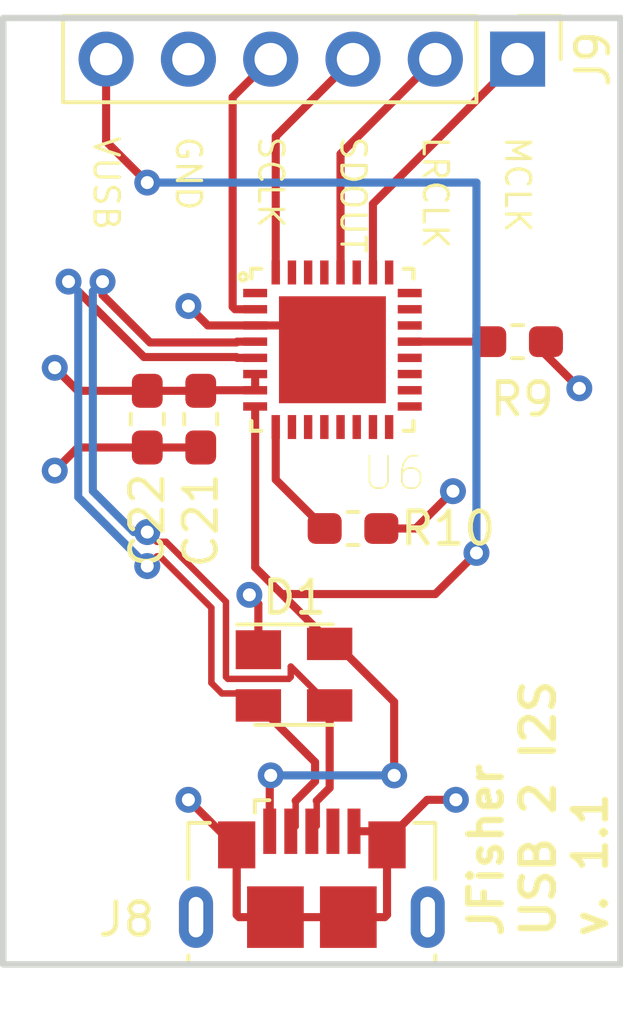
<source format=kicad_pcb>
(kicad_pcb (version 20171130) (host pcbnew "(5.1.0)-1")

  (general
    (thickness 1.6)
    (drawings 11)
    (tracks 125)
    (zones 0)
    (modules 8)
    (nets 12)
  )

  (page A4)
  (layers
    (0 F.Cu signal)
    (1 In1.Cu signal)
    (2 In2.Cu signal)
    (31 B.Cu signal)
    (33 F.Adhes user)
    (35 F.Paste user)
    (37 F.SilkS user)
    (39 F.Mask user)
    (40 Dwgs.User user)
    (41 Cmts.User user)
    (42 Eco1.User user)
    (43 Eco2.User user)
    (44 Edge.Cuts user)
    (45 Margin user)
    (46 B.CrtYd user)
    (47 F.CrtYd user)
    (49 F.Fab user)
  )

  (setup
    (last_trace_width 0.25)
    (trace_clearance 0.2)
    (zone_clearance 0.508)
    (zone_45_only no)
    (trace_min 0.2)
    (via_size 0.8)
    (via_drill 0.4)
    (via_min_size 0.4)
    (via_min_drill 0.3)
    (uvia_size 0.3)
    (uvia_drill 0.1)
    (uvias_allowed no)
    (uvia_min_size 0.2)
    (uvia_min_drill 0.1)
    (edge_width 0.15)
    (segment_width 0.2)
    (pcb_text_width 0.3)
    (pcb_text_size 1.5 1.5)
    (mod_edge_width 0.15)
    (mod_text_size 1 1)
    (mod_text_width 0.15)
    (pad_size 3.3 3.3)
    (pad_drill 0)
    (pad_to_mask_clearance 0.051)
    (solder_mask_min_width 0.25)
    (aux_axis_origin 0 0)
    (visible_elements 7FFDFFFF)
    (pcbplotparams
      (layerselection 0x010fc_ffffffff)
      (usegerberextensions false)
      (usegerberattributes false)
      (usegerberadvancedattributes false)
      (creategerberjobfile false)
      (excludeedgelayer true)
      (linewidth 0.100000)
      (plotframeref false)
      (viasonmask false)
      (mode 1)
      (useauxorigin false)
      (hpglpennumber 1)
      (hpglpenspeed 20)
      (hpglpendiameter 15.000000)
      (psnegative false)
      (psa4output false)
      (plotreference true)
      (plotvalue true)
      (plotinvisibletext false)
      (padsonsilk false)
      (subtractmaskfromsilk false)
      (outputformat 1)
      (mirror false)
      (drillshape 0)
      (scaleselection 1)
      (outputdirectory "Gerber/"))
  )

  (net 0 "")
  (net 1 GND)
  (net 2 VBUS_IN)
  (net 3 I2S_SDOUT)
  (net 4 I2S_MCLK)
  (net 5 I2S_LRCLK)
  (net 6 I2S_SCLK)
  (net 7 "Net-(R9-Pad2)")
  (net 8 "Net-(R10-Pad2)")
  (net 9 VCC)
  (net 10 USB_DN)
  (net 11 USB_DP)

  (net_class Default "This is the default net class."
    (clearance 0.2)
    (trace_width 0.25)
    (via_dia 0.8)
    (via_drill 0.4)
    (uvia_dia 0.3)
    (uvia_drill 0.1)
    (add_net GND)
    (add_net I2S_LRCLK)
    (add_net I2S_MCLK)
    (add_net I2S_SCLK)
    (add_net I2S_SDOUT)
    (add_net "Net-(R10-Pad2)")
    (add_net "Net-(R9-Pad2)")
    (add_net USB_DN)
    (add_net USB_DP)
    (add_net VBUS_IN)
    (add_net VCC)
  )

  (module Resistor_SMD:R_0603_1608Metric_Pad1.05x0.95mm_HandSolder (layer F.Cu) (tedit 5B301BBD) (tstamp 5C983589)
    (at 119.38 121.75 180)
    (descr "Resistor SMD 0603 (1608 Metric), square (rectangular) end terminal, IPC_7351 nominal with elongated pad for handsoldering. (Body size source: http://www.tortai-tech.com/upload/download/2011102023233369053.pdf), generated with kicad-footprint-generator")
    (tags "resistor handsolder")
    (path /5C653F36)
    (attr smd)
    (fp_text reference R9 (at -0.141 -1.778 180) (layer F.SilkS)
      (effects (font (size 1 1) (thickness 0.15)))
    )
    (fp_text value 4.7K (at 0 0 180) (layer F.Fab)
      (effects (font (size 1 1) (thickness 0.15)))
    )
    (fp_line (start -0.8 0.4) (end -0.8 -0.4) (layer F.Fab) (width 0.1))
    (fp_line (start -0.8 -0.4) (end 0.8 -0.4) (layer F.Fab) (width 0.1))
    (fp_line (start 0.8 -0.4) (end 0.8 0.4) (layer F.Fab) (width 0.1))
    (fp_line (start 0.8 0.4) (end -0.8 0.4) (layer F.Fab) (width 0.1))
    (fp_line (start -0.171267 -0.51) (end 0.171267 -0.51) (layer F.SilkS) (width 0.12))
    (fp_line (start -0.171267 0.51) (end 0.171267 0.51) (layer F.SilkS) (width 0.12))
    (fp_line (start -1.65 0.73) (end -1.65 -0.73) (layer F.CrtYd) (width 0.05))
    (fp_line (start -1.65 -0.73) (end 1.65 -0.73) (layer F.CrtYd) (width 0.05))
    (fp_line (start 1.65 -0.73) (end 1.65 0.73) (layer F.CrtYd) (width 0.05))
    (fp_line (start 1.65 0.73) (end -1.65 0.73) (layer F.CrtYd) (width 0.05))
    (fp_text user %R (at 0 0 180) (layer F.Fab)
      (effects (font (size 0.4 0.4) (thickness 0.06)))
    )
    (pad 1 smd roundrect (at -0.875 0 180) (size 1.05 0.95) (layers F.Cu F.Paste F.Mask) (roundrect_rratio 0.25)
      (net 9 VCC))
    (pad 2 smd roundrect (at 0.875 0 180) (size 1.05 0.95) (layers F.Cu F.Paste F.Mask) (roundrect_rratio 0.25)
      (net 7 "Net-(R9-Pad2)"))
    (model ${KISYS3DMOD}/Resistor_SMD.3dshapes/R_0603_1608Metric.wrl
      (at (xyz 0 0 0))
      (scale (xyz 1 1 1))
      (rotate (xyz 0 0 0))
    )
  )

  (module Capacitor_SMD:C_0603_1608Metric_Pad1.05x0.95mm_HandSolder (layer F.Cu) (tedit 5B301BBE) (tstamp 5C965CEF)
    (at 109.601 124.141528 270)
    (descr "Capacitor SMD 0603 (1608 Metric), square (rectangular) end terminal, IPC_7351 nominal with elongated pad for handsoldering. (Body size source: http://www.tortai-tech.com/upload/download/2011102023233369053.pdf), generated with kicad-footprint-generator")
    (tags "capacitor handsolder")
    (path /5C65100D)
    (attr smd)
    (fp_text reference C21 (at 3.124999 0 270) (layer F.SilkS)
      (effects (font (size 1 1) (thickness 0.15)))
    )
    (fp_text value 1uF (at 0 0 270) (layer F.Fab)
      (effects (font (size 1 1) (thickness 0.15)))
    )
    (fp_line (start -0.8 0.4) (end -0.8 -0.4) (layer F.Fab) (width 0.1))
    (fp_line (start -0.8 -0.4) (end 0.8 -0.4) (layer F.Fab) (width 0.1))
    (fp_line (start 0.8 -0.4) (end 0.8 0.4) (layer F.Fab) (width 0.1))
    (fp_line (start 0.8 0.4) (end -0.8 0.4) (layer F.Fab) (width 0.1))
    (fp_line (start -0.171267 -0.51) (end 0.171267 -0.51) (layer F.SilkS) (width 0.12))
    (fp_line (start -0.171267 0.51) (end 0.171267 0.51) (layer F.SilkS) (width 0.12))
    (fp_line (start -1.65 0.73) (end -1.65 -0.73) (layer F.CrtYd) (width 0.05))
    (fp_line (start -1.65 -0.73) (end 1.65 -0.73) (layer F.CrtYd) (width 0.05))
    (fp_line (start 1.65 -0.73) (end 1.65 0.73) (layer F.CrtYd) (width 0.05))
    (fp_line (start 1.65 0.73) (end -1.65 0.73) (layer F.CrtYd) (width 0.05))
    (fp_text user %R (at 0 0 270) (layer F.Fab)
      (effects (font (size 0.4 0.4) (thickness 0.06)))
    )
    (pad 1 smd roundrect (at -0.875 0 270) (size 1.05 0.95) (layers F.Cu F.Paste F.Mask) (roundrect_rratio 0.25)
      (net 9 VCC))
    (pad 2 smd roundrect (at 0.875 0 270) (size 1.05 0.95) (layers F.Cu F.Paste F.Mask) (roundrect_rratio 0.25)
      (net 1 GND))
    (model ${KISYS3DMOD}/Capacitor_SMD.3dshapes/C_0603_1608Metric.wrl
      (at (xyz 0 0 0))
      (scale (xyz 1 1 1))
      (rotate (xyz 0 0 0))
    )
  )

  (module Capacitor_SMD:C_0603_1608Metric_Pad1.05x0.95mm_HandSolder (layer F.Cu) (tedit 5B301BBE) (tstamp 5C982BB1)
    (at 107.95 124.141528 270)
    (descr "Capacitor SMD 0603 (1608 Metric), square (rectangular) end terminal, IPC_7351 nominal with elongated pad for handsoldering. (Body size source: http://www.tortai-tech.com/upload/download/2011102023233369053.pdf), generated with kicad-footprint-generator")
    (tags "capacitor handsolder")
    (path /5C651053)
    (attr smd)
    (fp_text reference C22 (at 3.124999 0 270) (layer F.SilkS)
      (effects (font (size 1 1) (thickness 0.15)))
    )
    (fp_text value 0.1uF (at 0 0 270) (layer F.Fab)
      (effects (font (size 1 1) (thickness 0.15)))
    )
    (fp_text user %R (at 0 0 270) (layer F.Fab)
      (effects (font (size 0.4 0.4) (thickness 0.06)))
    )
    (fp_line (start 1.65 0.73) (end -1.65 0.73) (layer F.CrtYd) (width 0.05))
    (fp_line (start 1.65 -0.73) (end 1.65 0.73) (layer F.CrtYd) (width 0.05))
    (fp_line (start -1.65 -0.73) (end 1.65 -0.73) (layer F.CrtYd) (width 0.05))
    (fp_line (start -1.65 0.73) (end -1.65 -0.73) (layer F.CrtYd) (width 0.05))
    (fp_line (start -0.171267 0.51) (end 0.171267 0.51) (layer F.SilkS) (width 0.12))
    (fp_line (start -0.171267 -0.51) (end 0.171267 -0.51) (layer F.SilkS) (width 0.12))
    (fp_line (start 0.8 0.4) (end -0.8 0.4) (layer F.Fab) (width 0.1))
    (fp_line (start 0.8 -0.4) (end 0.8 0.4) (layer F.Fab) (width 0.1))
    (fp_line (start -0.8 -0.4) (end 0.8 -0.4) (layer F.Fab) (width 0.1))
    (fp_line (start -0.8 0.4) (end -0.8 -0.4) (layer F.Fab) (width 0.1))
    (pad 2 smd roundrect (at 0.875 0 270) (size 1.05 0.95) (layers F.Cu F.Paste F.Mask) (roundrect_rratio 0.25)
      (net 1 GND))
    (pad 1 smd roundrect (at -0.875 0 270) (size 1.05 0.95) (layers F.Cu F.Paste F.Mask) (roundrect_rratio 0.25)
      (net 9 VCC))
    (model ${KISYS3DMOD}/Capacitor_SMD.3dshapes/C_0603_1608Metric.wrl
      (at (xyz 0 0 0))
      (scale (xyz 1 1 1))
      (rotate (xyz 0 0 0))
    )
  )

  (module Package_TO_SOT_SMD:SOT-143 (layer F.Cu) (tedit 5A02FF57) (tstamp 5C981836)
    (at 112.479 132.0275)
    (descr SOT-143)
    (tags SOT-143)
    (path /5C65DB12)
    (attr smd)
    (fp_text reference D1 (at 0.02 -2.38) (layer F.SilkS)
      (effects (font (size 1 1) (thickness 0.15)))
    )
    (fp_text value SP0503BAHT (at -0.28 2.48) (layer F.Fab)
      (effects (font (size 1 1) (thickness 0.15)))
    )
    (fp_line (start -2.05 1.75) (end -2.05 -1.75) (layer F.CrtYd) (width 0.05))
    (fp_line (start -2.05 1.75) (end 2.05 1.75) (layer F.CrtYd) (width 0.05))
    (fp_line (start 2.05 -1.75) (end -2.05 -1.75) (layer F.CrtYd) (width 0.05))
    (fp_line (start 2.05 -1.75) (end 2.05 1.75) (layer F.CrtYd) (width 0.05))
    (fp_line (start 1.2 -1.5) (end 1.2 1.5) (layer F.Fab) (width 0.1))
    (fp_line (start 1.2 1.5) (end -1.2 1.5) (layer F.Fab) (width 0.1))
    (fp_line (start -1.2 1.5) (end -1.2 -1) (layer F.Fab) (width 0.1))
    (fp_line (start -0.7 -1.5) (end 1.2 -1.5) (layer F.Fab) (width 0.1))
    (fp_line (start -1.2 -1) (end -0.7 -1.5) (layer F.Fab) (width 0.1))
    (fp_line (start 1.2 -1.55) (end -1.75 -1.55) (layer F.SilkS) (width 0.12))
    (fp_line (start -1.2 1.55) (end 1.2 1.55) (layer F.SilkS) (width 0.12))
    (fp_text user %R (at 0 0 90) (layer F.Fab)
      (effects (font (size 0.5 0.5) (thickness 0.075)))
    )
    (pad 4 smd rect (at 1.1 -0.95 270) (size 1 1.4) (layers F.Cu F.Paste F.Mask)
      (net 2 VBUS_IN))
    (pad 3 smd rect (at 1.1 0.95 270) (size 1 1.4) (layers F.Cu F.Paste F.Mask)
      (net 11 USB_DP))
    (pad 2 smd rect (at -1.1 0.95 270) (size 1 1.4) (layers F.Cu F.Paste F.Mask)
      (net 10 USB_DN))
    (pad 1 smd rect (at -1.1 -0.77 270) (size 1.2 1.4) (layers F.Cu F.Paste F.Mask)
      (net 1 GND))
    (model ${KISYS3DMOD}/Package_TO_SOT_SMD.3dshapes/SOT-143.wrl
      (at (xyz 0 0 0))
      (scale (xyz 1 1 1))
      (rotate (xyz 0 0 0))
    )
  )

  (module Connector_USB:USB_Micro-B_GCT_USB3076-30-A (layer F.Cu) (tedit 5A170D03) (tstamp 5C98253F)
    (at 113.03 138.3115)
    (descr "GCT Micro USB https://gct.co/files/drawings/usb3076.pdf")
    (tags "Micro-USB SMD Typ-B GCT")
    (path /5C6A9B8D)
    (attr smd)
    (fp_text reference J8 (at -5.715 1.27) (layer F.SilkS)
      (effects (font (size 1 1) (thickness 0.15)))
    )
    (fp_text value USB_B_Micro (at 0 5.2) (layer F.Fab)
      (effects (font (size 1 1) (thickness 0.15)))
    )
    (fp_line (start -1.1 -2.16) (end -1.1 -1.95) (layer F.Fab) (width 0.1))
    (fp_line (start -1.5 -2.16) (end -1.5 -1.95) (layer F.Fab) (width 0.1))
    (fp_line (start -1.5 -2.16) (end -1.1 -2.16) (layer F.Fab) (width 0.1))
    (fp_line (start -1.1 -1.95) (end -1.3 -1.75) (layer F.Fab) (width 0.1))
    (fp_line (start -1.3 -1.75) (end -1.5 -1.95) (layer F.Fab) (width 0.1))
    (fp_line (start -1.76 -2.41) (end -1.76 -2.02) (layer F.SilkS) (width 0.12))
    (fp_line (start -1.76 -2.41) (end -1.31 -2.41) (layer F.SilkS) (width 0.12))
    (fp_text user %R (at 0 0.85) (layer F.Fab)
      (effects (font (size 1 1) (thickness 0.15)))
    )
    (fp_line (start 3.81 -1.71) (end 3.16 -1.71) (layer F.SilkS) (width 0.12))
    (fp_line (start 3.81 0.02) (end 3.81 -1.71) (layer F.SilkS) (width 0.12))
    (fp_line (start -3.81 2.59) (end -3.81 2.38) (layer F.SilkS) (width 0.12))
    (fp_line (start -3.7 3.95) (end -3.7 -1.6) (layer F.Fab) (width 0.1))
    (fp_line (start -3.7 -1.6) (end 3.7 -1.6) (layer F.Fab) (width 0.1))
    (fp_line (start -3.7 3.95) (end 3.7 3.95) (layer F.Fab) (width 0.1))
    (fp_line (start -3 2.65) (end 3 2.65) (layer F.Fab) (width 0.1))
    (fp_line (start 3.7 3.95) (end 3.7 -1.6) (layer F.Fab) (width 0.1))
    (fp_line (start 3.81 2.59) (end 3.81 2.38) (layer F.SilkS) (width 0.12))
    (fp_line (start -3.81 0.02) (end -3.81 -1.71) (layer F.SilkS) (width 0.12))
    (fp_line (start -3.81 -1.71) (end -3.15 -1.71) (layer F.SilkS) (width 0.12))
    (fp_text user "PCB Edge" (at 0 2.65) (layer Dwgs.User)
      (effects (font (size 0.5 0.5) (thickness 0.08)))
    )
    (fp_line (start -4.6 4.45) (end -4.6 -2.65) (layer F.CrtYd) (width 0.05))
    (fp_line (start -4.6 -2.65) (end 4.6 -2.65) (layer F.CrtYd) (width 0.05))
    (fp_line (start 4.6 -2.65) (end 4.6 4.45) (layer F.CrtYd) (width 0.05))
    (fp_line (start -4.6 4.45) (end 4.6 4.45) (layer F.CrtYd) (width 0.05))
    (pad 6 smd rect (at -2.32 -1.03) (size 1.15 1.45) (layers F.Cu F.Paste F.Mask)
      (net 1 GND))
    (pad 6 smd rect (at 2.32 -1.03) (size 1.15 1.45) (layers F.Cu F.Paste F.Mask)
      (net 1 GND))
    (pad 6 thru_hole oval (at 3.575 1.2) (size 1.05 1.9) (drill oval 0.45 1.25) (layers *.Cu *.Mask)
      (net 1 GND))
    (pad 6 thru_hole oval (at -3.575 1.2 180) (size 1.05 1.9) (drill oval 0.45 1.25) (layers *.Cu *.Mask)
      (net 1 GND))
    (pad 6 smd rect (at -1.125 1.2) (size 1.75 1.9) (layers F.Cu F.Paste F.Mask)
      (net 1 GND))
    (pad 3 smd rect (at 0 -1.45) (size 0.4 1.4) (layers F.Cu F.Paste F.Mask)
      (net 11 USB_DP))
    (pad 4 smd rect (at 0.65 -1.45) (size 0.4 1.4) (layers F.Cu F.Paste F.Mask))
    (pad 5 smd rect (at 1.3 -1.45) (size 0.4 1.4) (layers F.Cu F.Paste F.Mask)
      (net 1 GND))
    (pad 1 smd rect (at -1.3 -1.45) (size 0.4 1.4) (layers F.Cu F.Paste F.Mask)
      (net 2 VBUS_IN))
    (pad 2 smd rect (at -0.65 -1.45) (size 0.4 1.4) (layers F.Cu F.Paste F.Mask)
      (net 10 USB_DN))
    (pad 6 smd rect (at 1.125 1.2) (size 1.75 1.9) (layers F.Cu F.Paste F.Mask)
      (net 1 GND))
    (model ${KISYS3DMOD}/Connector_USB.3dshapes/USB_Micro-B_GCT_USB3076-30-A.wrl
      (at (xyz 0 0 0))
      (scale (xyz 1 1 1))
      (rotate (xyz 0 0 0))
    )
  )

  (module Resistor_SMD:R_0603_1608Metric_Pad1.05x0.95mm_HandSolder (layer F.Cu) (tedit 5B301BBD) (tstamp 5C981803)
    (at 114.3 127.5165 180)
    (descr "Resistor SMD 0603 (1608 Metric), square (rectangular) end terminal, IPC_7351 nominal with elongated pad for handsoldering. (Body size source: http://www.tortai-tech.com/upload/download/2011102023233369053.pdf), generated with kicad-footprint-generator")
    (tags "resistor handsolder")
    (path /5C653F04)
    (attr smd)
    (fp_text reference R10 (at -2.935 0 180) (layer F.SilkS)
      (effects (font (size 1 1) (thickness 0.15)))
    )
    (fp_text value 4.7K (at 0 0 180) (layer F.Fab)
      (effects (font (size 1 1) (thickness 0.15)))
    )
    (fp_text user %R (at 0 0 180) (layer F.Fab)
      (effects (font (size 0.4 0.4) (thickness 0.06)))
    )
    (fp_line (start 1.65 0.73) (end -1.65 0.73) (layer F.CrtYd) (width 0.05))
    (fp_line (start 1.65 -0.73) (end 1.65 0.73) (layer F.CrtYd) (width 0.05))
    (fp_line (start -1.65 -0.73) (end 1.65 -0.73) (layer F.CrtYd) (width 0.05))
    (fp_line (start -1.65 0.73) (end -1.65 -0.73) (layer F.CrtYd) (width 0.05))
    (fp_line (start -0.171267 0.51) (end 0.171267 0.51) (layer F.SilkS) (width 0.12))
    (fp_line (start -0.171267 -0.51) (end 0.171267 -0.51) (layer F.SilkS) (width 0.12))
    (fp_line (start 0.8 0.4) (end -0.8 0.4) (layer F.Fab) (width 0.1))
    (fp_line (start 0.8 -0.4) (end 0.8 0.4) (layer F.Fab) (width 0.1))
    (fp_line (start -0.8 -0.4) (end 0.8 -0.4) (layer F.Fab) (width 0.1))
    (fp_line (start -0.8 0.4) (end -0.8 -0.4) (layer F.Fab) (width 0.1))
    (pad 2 smd roundrect (at 0.875 0 180) (size 1.05 0.95) (layers F.Cu F.Paste F.Mask) (roundrect_rratio 0.25)
      (net 8 "Net-(R10-Pad2)"))
    (pad 1 smd roundrect (at -0.875 0 180) (size 1.05 0.95) (layers F.Cu F.Paste F.Mask) (roundrect_rratio 0.25)
      (net 9 VCC))
    (model ${KISYS3DMOD}/Resistor_SMD.3dshapes/R_0603_1608Metric.wrl
      (at (xyz 0 0 0))
      (scale (xyz 1 1 1))
      (rotate (xyz 0 0 0))
    )
  )

  (module CP2615-A01-GM:QFN50P500X500X90-33N (layer F.Cu) (tedit 5C97B3BC) (tstamp 5C9830E9)
    (at 113.665 122)
    (path /5C64AD2A)
    (clearance 0.08)
    (attr smd)
    (fp_text reference U6 (at 1.905 3.81) (layer F.SilkS)
      (effects (font (size 1.0001 1.0001) (thickness 0.05)))
    )
    (fp_text value CP2615-A01-GM (at 0.127135 3.68685) (layer F.SilkS) hide
      (effects (font (size 1.00105 1.00105) (thickness 0.05)))
    )
    (fp_line (start -3 3) (end -3 -3) (layer Eco1.User) (width 0.05))
    (fp_line (start 3 3) (end -3 3) (layer Eco1.User) (width 0.05))
    (fp_line (start 3 -3) (end 3 3) (layer Eco1.User) (width 0.05))
    (fp_line (start -3 -3) (end 3 -3) (layer Eco1.User) (width 0.05))
    (fp_poly (pts (xy -1.04382 -1.0436) (xy 1.0436 -1.0436) (xy 1.0436 1.04382) (xy -1.04382 1.04382)) (layer F.Paste) (width 0))
    (fp_circle (center -2.76 -2.25) (end -2.71 -2.25) (layer F.SilkS) (width 0.127))
    (fp_line (start -2.5 2.5) (end -2.5 2.2) (layer F.SilkS) (width 0.127))
    (fp_line (start -2.2 2.5) (end -2.5 2.5) (layer F.SilkS) (width 0.127))
    (fp_line (start 2.5 2.5) (end 2.2 2.5) (layer F.SilkS) (width 0.127))
    (fp_line (start 2.5 2.2) (end 2.5 2.5) (layer F.SilkS) (width 0.127))
    (fp_line (start 2.5 -2.5) (end 2.5 -2.2) (layer F.SilkS) (width 0.127))
    (fp_line (start 2.2 -2.5) (end 2.5 -2.5) (layer F.SilkS) (width 0.127))
    (fp_line (start -2.2 -2.5) (end -2.5 -2.5) (layer F.SilkS) (width 0.127))
    (fp_line (start -2.5 -2.2) (end -2.5 -2.5) (layer F.SilkS) (width 0.127))
    (fp_line (start -2.5 2.5) (end -2.5 -2.5) (layer Eco2.User) (width 0.127))
    (fp_line (start 2.5 2.5) (end -2.5 2.5) (layer Eco2.User) (width 0.127))
    (fp_line (start 2.5 -2.5) (end 2.5 2.5) (layer Eco2.User) (width 0.127))
    (fp_line (start -2.5 -2.5) (end 2.5 -2.5) (layer Eco2.User) (width 0.127))
    (pad 33 smd rect (at 0 0) (size 3.3 3.3) (layers F.Cu F.Paste F.Mask)
      (net 1 GND))
    (pad 17 smd rect (at 2.385 1.75 90) (size 0.26 0.74) (layers F.Cu F.Paste F.Mask))
    (pad 18 smd rect (at 2.385 1.25 90) (size 0.26 0.74) (layers F.Cu F.Paste F.Mask))
    (pad 19 smd rect (at 2.385 0.75 90) (size 0.26 0.74) (layers F.Cu F.Paste F.Mask))
    (pad 20 smd rect (at 2.385 0.25 90) (size 0.26 0.74) (layers F.Cu F.Paste F.Mask))
    (pad 24 smd rect (at 2.385 -1.75 90) (size 0.26 0.74) (layers F.Cu F.Paste F.Mask))
    (pad 23 smd rect (at 2.385 -1.25 90) (size 0.26 0.74) (layers F.Cu F.Paste F.Mask))
    (pad 22 smd rect (at 2.385 -0.75 90) (size 0.26 0.74) (layers F.Cu F.Paste F.Mask))
    (pad 16 smd rect (at 1.75 2.385 180) (size 0.26 0.74) (layers F.Cu F.Paste F.Mask))
    (pad 15 smd rect (at 1.25 2.385 180) (size 0.26 0.74) (layers F.Cu F.Paste F.Mask))
    (pad 14 smd rect (at 0.75 2.385 180) (size 0.26 0.74) (layers F.Cu F.Paste F.Mask))
    (pad 9 smd rect (at -1.75 2.385 180) (size 0.26 0.74) (layers F.Cu F.Paste F.Mask)
      (net 8 "Net-(R10-Pad2)"))
    (pad 10 smd rect (at -1.25 2.385 180) (size 0.26 0.74) (layers F.Cu F.Paste F.Mask))
    (pad 12 smd rect (at -0.25 2.385 180) (size 0.26 0.74) (layers F.Cu F.Paste F.Mask))
    (pad 11 smd rect (at -0.75 2.385 180) (size 0.26 0.74) (layers F.Cu F.Paste F.Mask))
    (pad 32 smd rect (at -1.75 -2.385 180) (size 0.26 0.74) (layers F.Cu F.Paste F.Mask)
      (net 3 I2S_SDOUT))
    (pad 31 smd rect (at -1.25 -2.385 180) (size 0.26 0.74) (layers F.Cu F.Paste F.Mask))
    (pad 30 smd rect (at -0.75 -2.385 180) (size 0.26 0.74) (layers F.Cu F.Paste F.Mask))
    (pad 29 smd rect (at -0.25 -2.385 180) (size 0.26 0.74) (layers F.Cu F.Paste F.Mask))
    (pad 26 smd rect (at 1.25 -2.385 180) (size 0.26 0.74) (layers F.Cu F.Paste F.Mask)
      (net 4 I2S_MCLK))
    (pad 25 smd rect (at 1.75 -2.385 180) (size 0.26 0.74) (layers F.Cu F.Paste F.Mask))
    (pad 27 smd rect (at 0.75 -2.385 180) (size 0.26 0.74) (layers F.Cu F.Paste F.Mask))
    (pad 8 smd rect (at -2.385 1.75 90) (size 0.26 0.74) (layers F.Cu F.Paste F.Mask)
      (net 2 VBUS_IN))
    (pad 7 smd rect (at -2.385 1.25 90) (size 0.26 0.74) (layers F.Cu F.Paste F.Mask)
      (net 9 VCC))
    (pad 6 smd rect (at -2.385 0.75 90) (size 0.26 0.74) (layers F.Cu F.Paste F.Mask)
      (net 9 VCC))
    (pad 5 smd rect (at -2.385 0.25 90) (size 0.26 0.74) (layers F.Cu F.Paste F.Mask)
      (net 10 USB_DN))
    (pad 1 smd rect (at -2.385 -1.75 90) (size 0.26 0.74) (layers F.Cu F.Paste F.Mask))
    (pad 2 smd rect (at -2.385 -1.25 90) (size 0.26 0.74) (layers F.Cu F.Paste F.Mask)
      (net 6 I2S_SCLK))
    (pad 3 smd rect (at -2.385 -0.75 90) (size 0.26 0.74) (layers F.Cu F.Paste F.Mask)
      (net 1 GND))
    (pad 28 smd rect (at 0.25 -2.385 180) (size 0.26 0.74) (layers F.Cu F.Paste F.Mask)
      (net 5 I2S_LRCLK))
    (pad 13 smd rect (at 0.25 2.385 180) (size 0.26 0.74) (layers F.Cu F.Paste F.Mask))
    (pad 21 smd rect (at 2.385 -0.25 90) (size 0.26 0.74) (layers F.Cu F.Paste F.Mask)
      (net 7 "Net-(R9-Pad2)"))
    (pad 4 smd rect (at -2.385 -0.25 90) (size 0.26 0.74) (layers F.Cu F.Paste F.Mask)
      (net 11 USB_DP))
  )

  (module Connector_PinHeader_2.54mm:PinHeader_1x06_P2.54mm_Vertical (layer F.Cu) (tedit 59FED5CC) (tstamp 5C97D190)
    (at 119.38 113.03 270)
    (descr "Through hole straight pin header, 1x06, 2.54mm pitch, single row")
    (tags "Through hole pin header THT 1x06 2.54mm single row")
    (path /5C685CE0)
    (fp_text reference J9 (at 0 -2.33 270) (layer F.SilkS)
      (effects (font (size 1 1) (thickness 0.15)))
    )
    (fp_text value Conn_01x06_Male (at 0 15.03 270) (layer F.Fab)
      (effects (font (size 1 1) (thickness 0.15)))
    )
    (fp_text user %R (at 0 6.35) (layer F.Fab)
      (effects (font (size 1 1) (thickness 0.15)))
    )
    (fp_line (start 1.8 -1.8) (end -1.8 -1.8) (layer F.CrtYd) (width 0.05))
    (fp_line (start 1.8 14.5) (end 1.8 -1.8) (layer F.CrtYd) (width 0.05))
    (fp_line (start -1.8 14.5) (end 1.8 14.5) (layer F.CrtYd) (width 0.05))
    (fp_line (start -1.8 -1.8) (end -1.8 14.5) (layer F.CrtYd) (width 0.05))
    (fp_line (start -1.33 -1.33) (end 0 -1.33) (layer F.SilkS) (width 0.12))
    (fp_line (start -1.33 0) (end -1.33 -1.33) (layer F.SilkS) (width 0.12))
    (fp_line (start -1.33 1.27) (end 1.33 1.27) (layer F.SilkS) (width 0.12))
    (fp_line (start 1.33 1.27) (end 1.33 14.03) (layer F.SilkS) (width 0.12))
    (fp_line (start -1.33 1.27) (end -1.33 14.03) (layer F.SilkS) (width 0.12))
    (fp_line (start -1.33 14.03) (end 1.33 14.03) (layer F.SilkS) (width 0.12))
    (fp_line (start -1.27 -0.635) (end -0.635 -1.27) (layer F.Fab) (width 0.1))
    (fp_line (start -1.27 13.97) (end -1.27 -0.635) (layer F.Fab) (width 0.1))
    (fp_line (start 1.27 13.97) (end -1.27 13.97) (layer F.Fab) (width 0.1))
    (fp_line (start 1.27 -1.27) (end 1.27 13.97) (layer F.Fab) (width 0.1))
    (fp_line (start -0.635 -1.27) (end 1.27 -1.27) (layer F.Fab) (width 0.1))
    (pad 6 thru_hole oval (at 0 12.7 270) (size 1.7 1.7) (drill 1) (layers *.Cu *.Mask)
      (net 2 VBUS_IN))
    (pad 5 thru_hole oval (at 0 10.16 270) (size 1.7 1.7) (drill 1) (layers *.Cu *.Mask)
      (net 1 GND))
    (pad 4 thru_hole oval (at 0 7.62 270) (size 1.7 1.7) (drill 1) (layers *.Cu *.Mask)
      (net 6 I2S_SCLK))
    (pad 3 thru_hole oval (at 0 5.08 270) (size 1.7 1.7) (drill 1) (layers *.Cu *.Mask)
      (net 3 I2S_SDOUT))
    (pad 2 thru_hole oval (at 0 2.54 270) (size 1.7 1.7) (drill 1) (layers *.Cu *.Mask)
      (net 5 I2S_LRCLK))
    (pad 1 thru_hole rect (at 0 0 270) (size 1.7 1.7) (drill 1) (layers *.Cu *.Mask)
      (net 4 I2S_MCLK))
    (model ${KISYS3DMOD}/Connector_PinHeader_2.54mm.3dshapes/PinHeader_1x06_P2.54mm_Vertical.wrl
      (at (xyz 0 0 0))
      (scale (xyz 1 1 1))
      (rotate (xyz 0 0 0))
    )
  )

  (gr_line (start 122.555 111.76) (end 103.505 111.76) (layer Edge.Cuts) (width 0.2))
  (gr_line (start 122.555 140.97) (end 122.555 111.76) (layer Edge.Cuts) (width 0.2))
  (gr_line (start 103.505 140.97) (end 122.555 140.97) (layer Edge.Cuts) (width 0.2))
  (gr_line (start 103.505 111.76) (end 103.505 140.97) (layer Edge.Cuts) (width 0.2))
  (gr_text MCLK (at 119.38 115.352215 -90) (layer F.SilkS) (tstamp 5C97D1CF)
    (effects (font (size 0.75 0.75) (thickness 0.1)) (justify left))
  )
  (gr_text LRCLK (at 116.84 115.352215 -90) (layer F.SilkS) (tstamp 5C97D1CC)
    (effects (font (size 0.75 0.75) (thickness 0.1)) (justify left))
  )
  (gr_text SDOUT (at 114.3 115.352215 -90) (layer F.SilkS) (tstamp 5C97D1C9)
    (effects (font (size 0.75 0.75) (thickness 0.1)) (justify left))
  )
  (gr_text SCLK (at 111.76 115.352215 -90) (layer F.SilkS) (tstamp 5C97D1C6)
    (effects (font (size 0.75 0.75) (thickness 0.1)) (justify left))
  )
  (gr_text GND (at 109.22 115.352215 -90) (layer F.SilkS) (tstamp 5C97D172)
    (effects (font (size 0.75 0.75) (thickness 0.1)) (justify left))
  )
  (gr_text VUSB (at 106.68 115.352215 -90) (layer F.SilkS) (tstamp 5C97D175)
    (effects (font (size 0.75 0.75) (thickness 0.1)) (justify left))
  )
  (gr_text "JFisher\nUSB 2 I2S\nv. 1.1" (at 120.015 140.2165 90) (layer F.SilkS) (tstamp 5C9817F1)
    (effects (font (size 1 1) (thickness 0.2)) (justify left))
  )

  (segment (start 112.915 121.25) (end 111.28 121.25) (width 0.25) (layer F.Cu) (net 1))
  (segment (start 113.665 122) (end 112.915 121.25) (width 0.25) (layer F.Cu) (net 1))
  (segment (start 114.93 136.8615) (end 115.35 137.2815) (width 0.25) (layer F.Cu) (net 1))
  (segment (start 114.33 136.8615) (end 114.93 136.8615) (width 0.25) (layer F.Cu) (net 1))
  (segment (start 115.28 139.5115) (end 114.155 139.5115) (width 0.25) (layer F.Cu) (net 1))
  (segment (start 115.35 139.4415) (end 115.28 139.5115) (width 0.25) (layer F.Cu) (net 1))
  (segment (start 115.35 137.2815) (end 115.35 139.4415) (width 0.25) (layer F.Cu) (net 1))
  (segment (start 114.155 139.5115) (end 111.905 139.5115) (width 0.25) (layer F.Cu) (net 1))
  (segment (start 110.71 138.2565) (end 110.71 137.2815) (width 0.25) (layer F.Cu) (net 1))
  (segment (start 110.71 139.4415) (end 110.71 138.2565) (width 0.25) (layer F.Cu) (net 1))
  (segment (start 110.78 139.5115) (end 110.71 139.4415) (width 0.25) (layer F.Cu) (net 1))
  (segment (start 111.905 139.5115) (end 110.78 139.5115) (width 0.25) (layer F.Cu) (net 1))
  (segment (start 110.71 137.2815) (end 110.71 139.4415) (width 0.25) (layer F.Cu) (net 1))
  (segment (start 109.601 125.016528) (end 109.601 125.016528) (width 0.25) (layer F.Cu) (net 1))
  (segment (start 107.95 125.016528) (end 107.95 125.016528) (width 0.25) (layer F.Cu) (net 1) (tstamp 5C982C9D))
  (segment (start 109.601 125.016528) (end 107.95 125.016528) (width 0.25) (layer F.Cu) (net 1) (tstamp 5C982CC0))
  (via (at 109.22 135.89) (size 0.8) (drill 0.4) (layers F.Cu B.Cu) (net 1))
  (segment (start 110.71 137.2815) (end 110.6115 137.2815) (width 0.25) (layer F.Cu) (net 1))
  (segment (start 110.6115 137.2815) (end 109.22 135.89) (width 0.25) (layer F.Cu) (net 1))
  (via (at 117.475 135.89) (size 0.8) (drill 0.4) (layers F.Cu B.Cu) (net 1))
  (segment (start 116.5915 135.89) (end 117.475 135.89) (width 0.25) (layer F.Cu) (net 1))
  (segment (start 115.35 137.2815) (end 115.35 137.1315) (width 0.25) (layer F.Cu) (net 1))
  (segment (start 115.35 137.1315) (end 116.5915 135.89) (width 0.25) (layer F.Cu) (net 1))
  (via (at 105.095 125.73) (size 0.8) (drill 0.4) (layers F.Cu B.Cu) (net 1))
  (segment (start 107.95 125.016528) (end 105.808472 125.016528) (width 0.25) (layer F.Cu) (net 1))
  (segment (start 105.808472 125.016528) (end 105.095 125.73) (width 0.25) (layer F.Cu) (net 1))
  (via (at 109.22 120.65) (size 0.8) (drill 0.4) (layers F.Cu B.Cu) (net 1))
  (segment (start 111.28 121.25) (end 109.82 121.25) (width 0.25) (layer F.Cu) (net 1))
  (segment (start 109.82 121.25) (end 109.22 120.65) (width 0.25) (layer F.Cu) (net 1))
  (via (at 111.101125 129.563875) (size 0.8) (drill 0.4) (layers F.Cu B.Cu) (net 1))
  (segment (start 111.379 131.2575) (end 111.379 129.84175) (width 0.25) (layer F.Cu) (net 1))
  (segment (start 111.379 129.84175) (end 111.101125 129.563875) (width 0.25) (layer F.Cu) (net 1))
  (segment (start 111.73 136.8615) (end 111.73 135.1665) (width 0.25) (layer F.Cu) (net 2) (tstamp 5C981905))
  (segment (start 111.73 135.1665) (end 111.76 135.1365) (width 0.25) (layer F.Cu) (net 2) (tstamp 5C9818FF))
  (segment (start 111.76 135.1365) (end 115.57 135.1365) (width 0.25) (layer B.Cu) (net 2) (tstamp 5C981908))
  (segment (start 113.779 131.0775) (end 113.579 131.0775) (width 0.25) (layer F.Cu) (net 2) (tstamp 5C98190B))
  (segment (start 115.57 132.8685) (end 113.779 131.0775) (width 0.25) (layer F.Cu) (net 2) (tstamp 5C981902))
  (segment (start 115.57 135.1365) (end 115.57 132.8685) (width 0.25) (layer F.Cu) (net 2) (tstamp 5C9818FC))
  (segment (start 113.579 131.016444) (end 113.579 131.0775) (width 0.25) (layer F.Cu) (net 2))
  (segment (start 111.28 123.75) (end 111.28 128.717444) (width 0.25) (layer F.Cu) (net 2))
  (segment (start 106.68 113.03) (end 106.68 115.57) (width 0.25) (layer F.Cu) (net 2))
  (segment (start 106.68 115.57) (end 107.95 116.84) (width 0.25) (layer F.Cu) (net 2))
  (segment (start 107.95 116.84) (end 118.11 116.84) (width 0.25) (layer B.Cu) (net 2))
  (segment (start 118.11 116.84) (end 118.11 128.27) (width 0.25) (layer B.Cu) (net 2))
  (segment (start 116.84 129.54) (end 112.102556 129.54) (width 0.25) (layer F.Cu) (net 2))
  (segment (start 118.11 128.27) (end 116.84 129.54) (width 0.25) (layer F.Cu) (net 2))
  (segment (start 111.28 128.717444) (end 112.102556 129.54) (width 0.25) (layer F.Cu) (net 2))
  (segment (start 112.102556 129.54) (end 113.579 131.016444) (width 0.25) (layer F.Cu) (net 2))
  (via (at 118.11 128.27) (size 0.8) (drill 0.4) (layers F.Cu B.Cu) (net 2))
  (via (at 107.95 116.84) (size 0.8) (drill 0.4) (layers F.Cu B.Cu) (net 2))
  (via (at 115.57 135.1365) (size 0.8) (drill 0.4) (layers F.Cu B.Cu) (net 2) (tstamp 5C9818DE))
  (via (at 111.76 135.1365) (size 0.8) (drill 0.4) (layers F.Cu B.Cu) (net 2) (tstamp 5C9818D8))
  (segment (start 111.915 115.415) (end 111.915 119.615) (width 0.25) (layer F.Cu) (net 3))
  (segment (start 114.3 113.03) (end 111.915 115.415) (width 0.25) (layer F.Cu) (net 3))
  (segment (start 114.915 117.495) (end 119.38 113.03) (width 0.25) (layer F.Cu) (net 4))
  (segment (start 114.915 119.615) (end 114.915 117.495) (width 0.25) (layer F.Cu) (net 4))
  (segment (start 113.915 115.955) (end 113.915 119.615) (width 0.25) (layer F.Cu) (net 5))
  (segment (start 116.84 113.03) (end 113.915 115.955) (width 0.25) (layer F.Cu) (net 5))
  (segment (start 110.66 120.75) (end 111.28 120.75) (width 0.25) (layer F.Cu) (net 6))
  (segment (start 110.584999 120.674999) (end 110.66 120.75) (width 0.25) (layer F.Cu) (net 6))
  (segment (start 110.584999 114.205001) (end 110.584999 120.674999) (width 0.25) (layer F.Cu) (net 6))
  (segment (start 111.76 113.03) (end 110.584999 114.205001) (width 0.25) (layer F.Cu) (net 6))
  (segment (start 116.05 121.75) (end 118.505 121.75) (width 0.25) (layer F.Cu) (net 7))
  (segment (start 111.915 126.0065) (end 111.915 124.385) (width 0.25) (layer F.Cu) (net 8))
  (segment (start 113.425 127.5165) (end 111.915 126.0065) (width 0.25) (layer F.Cu) (net 8))
  (segment (start 111.28 122.75) (end 111.28 123.25) (width 0.25) (layer F.Cu) (net 9))
  (segment (start 107.95 123.266528) (end 109.601 123.266528) (width 0.25) (layer F.Cu) (net 9))
  (segment (start 109.617528 123.25) (end 109.601 123.266528) (width 0.25) (layer F.Cu) (net 9))
  (segment (start 111.28 123.25) (end 109.617528 123.25) (width 0.25) (layer F.Cu) (net 9))
  (via (at 105.095 122.555) (size 0.8) (drill 0.4) (layers F.Cu B.Cu) (net 9))
  (segment (start 107.95 123.266528) (end 105.806528 123.266528) (width 0.25) (layer F.Cu) (net 9))
  (segment (start 105.806528 123.266528) (end 105.095 122.555) (width 0.25) (layer F.Cu) (net 9))
  (via (at 121.285 123.19) (size 0.8) (drill 0.4) (layers F.Cu B.Cu) (net 9))
  (segment (start 120.255 121.75) (end 120.255 122.16) (width 0.25) (layer F.Cu) (net 9))
  (segment (start 120.255 122.16) (end 121.285 123.19) (width 0.25) (layer F.Cu) (net 9))
  (via (at 117.385 126.365) (size 0.8) (drill 0.4) (layers F.Cu B.Cu) (net 9))
  (segment (start 115.175 127.5165) (end 116.2335 127.5165) (width 0.25) (layer F.Cu) (net 9))
  (segment (start 116.2335 127.5165) (end 117.385 126.365) (width 0.25) (layer F.Cu) (net 9))
  (segment (start 112.529999 136.711501) (end 112.529999 135.921499) (width 0.2) (layer F.Cu) (net 10) (tstamp 5C981926))
  (segment (start 112.38 136.8615) (end 112.529999 136.711501) (width 0.2) (layer F.Cu) (net 10) (tstamp 5C98190E))
  (segment (start 112.529999 135.921499) (end 113.129 135.322498) (width 0.25) (layer F.Cu) (net 10) (tstamp 5C981929))
  (segment (start 113.129 135.322498) (end 113.129 134.7275) (width 0.25) (layer F.Cu) (net 10) (tstamp 5C981923))
  (segment (start 113.129 134.7275) (end 111.379 132.9775) (width 0.25) (layer F.Cu) (net 10) (tstamp 5C981917))
  (segment (start 105.82 120.1965) (end 105.52 119.8965) (width 0.25) (layer B.Cu) (net 10))
  (segment (start 110.252607 132.607492) (end 109.929008 132.283893) (width 0.2) (layer F.Cu) (net 10))
  (segment (start 111.379 132.9775) (end 111.379 132.607492) (width 0.2) (layer F.Cu) (net 10))
  (segment (start 111.379 132.607492) (end 110.252607 132.607492) (width 0.2) (layer F.Cu) (net 10))
  (segment (start 109.929008 132.283893) (end 109.929008 129.963905) (width 0.2) (layer F.Cu) (net 10))
  (segment (start 109.929008 129.963905) (end 108.341603 128.3765) (width 0.2) (layer F.Cu) (net 10))
  (segment (start 108.341603 128.3765) (end 108.25 128.3765) (width 0.2) (layer F.Cu) (net 10))
  (segment (start 108.25 128.3765) (end 107.95 128.6765) (width 0.2) (layer F.Cu) (net 10))
  (via (at 107.95 128.6765) (size 0.8) (drill 0.4) (layers F.Cu B.Cu) (net 10) (tstamp 5C9818E1))
  (via (at 105.52 119.8965) (size 0.8) (drill 0.4) (layers F.Cu B.Cu) (net 10))
  (segment (start 105.52 119.8965) (end 107.8485 122.225) (width 0.25) (layer F.Cu) (net 10))
  (segment (start 107.8485 122.225) (end 110.699999 122.225) (width 0.25) (layer F.Cu) (net 10))
  (segment (start 110.699999 122.225) (end 110.724999 122.25) (width 0.25) (layer F.Cu) (net 10))
  (segment (start 110.724999 122.25) (end 111.28 122.25) (width 0.25) (layer F.Cu) (net 10))
  (segment (start 107.95 128.6765) (end 105.82 126.5465) (width 0.25) (layer B.Cu) (net 10) (tstamp 5C981935))
  (segment (start 105.82 126.5465) (end 105.82 120.1965) (width 0.25) (layer B.Cu) (net 10) (tstamp 5C981932))
  (segment (start 113.579 134.7275) (end 113.579 132.9775) (width 0.25) (layer F.Cu) (net 11) (tstamp 5C981911))
  (segment (start 113.579 135.522498) (end 113.579 134.7275) (width 0.25) (layer F.Cu) (net 11) (tstamp 5C98191D))
  (segment (start 113.179999 135.921499) (end 113.579 135.522498) (width 0.25) (layer F.Cu) (net 11) (tstamp 5C981914))
  (segment (start 113.179999 136.697898) (end 113.179999 135.921499) (width 0.2) (layer F.Cu) (net 11) (tstamp 5C98192C))
  (segment (start 113.03 136.847897) (end 113.179999 136.697898) (width 0.2) (layer F.Cu) (net 11) (tstamp 5C98191A))
  (segment (start 113.03 136.8615) (end 113.03 136.847897) (width 0.25) (layer F.Cu) (net 11) (tstamp 5C981920))
  (via (at 107.95 127.6265) (size 0.8) (drill 0.4) (layers F.Cu B.Cu) (net 11) (tstamp 5C9818DB))
  (segment (start 110.378999 132.097501) (end 110.378999 129.777499) (width 0.2) (layer F.Cu) (net 11))
  (segment (start 110.438999 132.157501) (end 110.378999 132.097501) (width 0.2) (layer F.Cu) (net 11))
  (segment (start 112.319001 132.157501) (end 110.438999 132.157501) (width 0.2) (layer F.Cu) (net 11))
  (segment (start 112.379001 132.097501) (end 112.319001 132.157501) (width 0.2) (layer F.Cu) (net 11))
  (segment (start 113.579 132.9775) (end 112.379001 131.777501) (width 0.2) (layer F.Cu) (net 11))
  (segment (start 108.528 127.9265) (end 108.25 127.9265) (width 0.2) (layer F.Cu) (net 11))
  (segment (start 112.379001 131.777501) (end 112.379001 132.097501) (width 0.2) (layer F.Cu) (net 11))
  (segment (start 110.378999 129.777499) (end 108.528 127.9265) (width 0.2) (layer F.Cu) (net 11))
  (segment (start 108.25 127.9265) (end 107.95 127.6265) (width 0.2) (layer F.Cu) (net 11))
  (segment (start 106.27 126.360103) (end 106.27 120.1965) (width 0.25) (layer B.Cu) (net 11) (tstamp 5C981938))
  (segment (start 107.536397 127.6265) (end 106.27 126.360103) (width 0.25) (layer B.Cu) (net 11) (tstamp 5C98193E))
  (segment (start 107.95 127.6265) (end 107.536397 127.6265) (width 0.25) (layer B.Cu) (net 11) (tstamp 5C98193B))
  (segment (start 106.27 120.1965) (end 106.57 119.8965) (width 0.25) (layer B.Cu) (net 11))
  (segment (start 110.724999 121.75) (end 111.28 121.75) (width 0.25) (layer F.Cu) (net 11))
  (segment (start 108.034897 121.775) (end 110.699999 121.775) (width 0.25) (layer F.Cu) (net 11))
  (segment (start 106.57 120.310103) (end 108.034897 121.775) (width 0.25) (layer F.Cu) (net 11))
  (segment (start 110.699999 121.775) (end 110.724999 121.75) (width 0.25) (layer F.Cu) (net 11))
  (segment (start 106.57 119.8965) (end 106.57 120.310103) (width 0.25) (layer F.Cu) (net 11))
  (via (at 106.57 119.8965) (size 0.8) (drill 0.4) (layers F.Cu B.Cu) (net 11))

  (zone (net 1) (net_name GND) (layer In1.Cu) (tstamp 5C9BFD79) (hatch edge 0.508)
    (connect_pads (clearance 0.508))
    (min_thickness 0.254)
    (fill yes (arc_segments 16) (thermal_gap 0.508) (thermal_bridge_width 0.508))
    (polygon
      (pts
        (xy 103.505 111.76) (xy 122.555 111.76) (xy 122.555 140.97) (xy 103.505 140.97)
      )
    )
    (filled_polygon
      (pts
        (xy 105.216487 112.738889) (xy 105.187815 113.03) (xy 105.216487 113.321111) (xy 105.301401 113.601034) (xy 105.439294 113.859014)
        (xy 105.624866 114.085134) (xy 105.850986 114.270706) (xy 106.108966 114.408599) (xy 106.388889 114.493513) (xy 106.60705 114.515)
        (xy 106.75295 114.515) (xy 106.971111 114.493513) (xy 107.251034 114.408599) (xy 107.509014 114.270706) (xy 107.735134 114.085134)
        (xy 107.920706 113.859014) (xy 107.955201 113.794477) (xy 108.024822 113.911355) (xy 108.219731 114.127588) (xy 108.45308 114.301641)
        (xy 108.715901 114.426825) (xy 108.86311 114.471476) (xy 109.093 114.350155) (xy 109.093 113.157) (xy 109.073 113.157)
        (xy 109.073 112.903) (xy 109.093 112.903) (xy 109.093 112.883) (xy 109.347 112.883) (xy 109.347 112.903)
        (xy 109.367 112.903) (xy 109.367 113.157) (xy 109.347 113.157) (xy 109.347 114.350155) (xy 109.57689 114.471476)
        (xy 109.724099 114.426825) (xy 109.98692 114.301641) (xy 110.220269 114.127588) (xy 110.415178 113.911355) (xy 110.484799 113.794477)
        (xy 110.519294 113.859014) (xy 110.704866 114.085134) (xy 110.930986 114.270706) (xy 111.188966 114.408599) (xy 111.468889 114.493513)
        (xy 111.68705 114.515) (xy 111.83295 114.515) (xy 112.051111 114.493513) (xy 112.331034 114.408599) (xy 112.589014 114.270706)
        (xy 112.815134 114.085134) (xy 113.000706 113.859014) (xy 113.03 113.804209) (xy 113.059294 113.859014) (xy 113.244866 114.085134)
        (xy 113.470986 114.270706) (xy 113.728966 114.408599) (xy 114.008889 114.493513) (xy 114.22705 114.515) (xy 114.37295 114.515)
        (xy 114.591111 114.493513) (xy 114.871034 114.408599) (xy 115.129014 114.270706) (xy 115.355134 114.085134) (xy 115.540706 113.859014)
        (xy 115.57 113.804209) (xy 115.599294 113.859014) (xy 115.784866 114.085134) (xy 116.010986 114.270706) (xy 116.268966 114.408599)
        (xy 116.548889 114.493513) (xy 116.76705 114.515) (xy 116.91295 114.515) (xy 117.131111 114.493513) (xy 117.411034 114.408599)
        (xy 117.669014 114.270706) (xy 117.895134 114.085134) (xy 117.919607 114.055313) (xy 117.940498 114.12418) (xy 117.999463 114.234494)
        (xy 118.078815 114.331185) (xy 118.175506 114.410537) (xy 118.28582 114.469502) (xy 118.405518 114.505812) (xy 118.53 114.518072)
        (xy 120.23 114.518072) (xy 120.354482 114.505812) (xy 120.47418 114.469502) (xy 120.584494 114.410537) (xy 120.681185 114.331185)
        (xy 120.760537 114.234494) (xy 120.819502 114.12418) (xy 120.855812 114.004482) (xy 120.868072 113.88) (xy 120.868072 112.495)
        (xy 121.820001 112.495) (xy 121.820001 122.302692) (xy 121.775256 122.272795) (xy 121.586898 122.194774) (xy 121.386939 122.155)
        (xy 121.183061 122.155) (xy 120.983102 122.194774) (xy 120.794744 122.272795) (xy 120.625226 122.386063) (xy 120.481063 122.530226)
        (xy 120.367795 122.699744) (xy 120.289774 122.888102) (xy 120.25 123.088061) (xy 120.25 123.291939) (xy 120.289774 123.491898)
        (xy 120.367795 123.680256) (xy 120.481063 123.849774) (xy 120.625226 123.993937) (xy 120.794744 124.107205) (xy 120.983102 124.185226)
        (xy 121.183061 124.225) (xy 121.386939 124.225) (xy 121.586898 124.185226) (xy 121.775256 124.107205) (xy 121.820001 124.077308)
        (xy 121.82 140.235) (xy 117.728943 140.235) (xy 117.765 140.0635) (xy 117.765 139.6385) (xy 116.732 139.6385)
        (xy 116.732 139.6585) (xy 116.478 139.6585) (xy 116.478 139.6385) (xy 115.445 139.6385) (xy 115.445 140.0635)
        (xy 115.481057 140.235) (xy 110.578943 140.235) (xy 110.615 140.0635) (xy 110.615 139.6385) (xy 109.582 139.6385)
        (xy 109.582 139.6585) (xy 109.328 139.6585) (xy 109.328 139.6385) (xy 108.295 139.6385) (xy 108.295 140.0635)
        (xy 108.331057 140.235) (xy 104.24 140.235) (xy 104.24 138.9595) (xy 108.295 138.9595) (xy 108.295 139.3845)
        (xy 109.328 139.3845) (xy 109.328 138.093337) (xy 109.582 138.093337) (xy 109.582 139.3845) (xy 110.615 139.3845)
        (xy 110.615 138.9595) (xy 115.445 138.9595) (xy 115.445 139.3845) (xy 116.478 139.3845) (xy 116.478 138.093337)
        (xy 116.732 138.093337) (xy 116.732 139.3845) (xy 117.765 139.3845) (xy 117.765 138.9595) (xy 117.717934 138.735635)
        (xy 117.628099 138.525254) (xy 117.498947 138.336441) (xy 117.335441 138.176453) (xy 117.143864 138.051437) (xy 116.91081 137.967536)
        (xy 116.732 138.093337) (xy 116.478 138.093337) (xy 116.29919 137.967536) (xy 116.066136 138.051437) (xy 115.874559 138.176453)
        (xy 115.711053 138.336441) (xy 115.581901 138.525254) (xy 115.492066 138.735635) (xy 115.445 138.9595) (xy 110.615 138.9595)
        (xy 110.567934 138.735635) (xy 110.478099 138.525254) (xy 110.348947 138.336441) (xy 110.185441 138.176453) (xy 109.993864 138.051437)
        (xy 109.76081 137.967536) (xy 109.582 138.093337) (xy 109.328 138.093337) (xy 109.14919 137.967536) (xy 108.916136 138.051437)
        (xy 108.724559 138.176453) (xy 108.561053 138.336441) (xy 108.431901 138.525254) (xy 108.342066 138.735635) (xy 108.295 138.9595)
        (xy 104.24 138.9595) (xy 104.24 135.034561) (xy 110.725 135.034561) (xy 110.725 135.238439) (xy 110.764774 135.438398)
        (xy 110.842795 135.626756) (xy 110.956063 135.796274) (xy 111.100226 135.940437) (xy 111.269744 136.053705) (xy 111.458102 136.131726)
        (xy 111.658061 136.1715) (xy 111.861939 136.1715) (xy 112.061898 136.131726) (xy 112.250256 136.053705) (xy 112.419774 135.940437)
        (xy 112.563937 135.796274) (xy 112.677205 135.626756) (xy 112.755226 135.438398) (xy 112.795 135.238439) (xy 112.795 135.034561)
        (xy 114.535 135.034561) (xy 114.535 135.238439) (xy 114.574774 135.438398) (xy 114.652795 135.626756) (xy 114.766063 135.796274)
        (xy 114.910226 135.940437) (xy 115.079744 136.053705) (xy 115.268102 136.131726) (xy 115.468061 136.1715) (xy 115.671939 136.1715)
        (xy 115.871898 136.131726) (xy 116.060256 136.053705) (xy 116.229774 135.940437) (xy 116.373937 135.796274) (xy 116.487205 135.626756)
        (xy 116.565226 135.438398) (xy 116.605 135.238439) (xy 116.605 135.034561) (xy 116.565226 134.834602) (xy 116.487205 134.646244)
        (xy 116.373937 134.476726) (xy 116.229774 134.332563) (xy 116.060256 134.219295) (xy 115.871898 134.141274) (xy 115.671939 134.1015)
        (xy 115.468061 134.1015) (xy 115.268102 134.141274) (xy 115.079744 134.219295) (xy 114.910226 134.332563) (xy 114.766063 134.476726)
        (xy 114.652795 134.646244) (xy 114.574774 134.834602) (xy 114.535 135.034561) (xy 112.795 135.034561) (xy 112.755226 134.834602)
        (xy 112.677205 134.646244) (xy 112.563937 134.476726) (xy 112.419774 134.332563) (xy 112.250256 134.219295) (xy 112.061898 134.141274)
        (xy 111.861939 134.1015) (xy 111.658061 134.1015) (xy 111.458102 134.141274) (xy 111.269744 134.219295) (xy 111.100226 134.332563)
        (xy 110.956063 134.476726) (xy 110.842795 134.646244) (xy 110.764774 134.834602) (xy 110.725 135.034561) (xy 104.24 135.034561)
        (xy 104.24 127.524561) (xy 106.915 127.524561) (xy 106.915 127.728439) (xy 106.954774 127.928398) (xy 107.032795 128.116756)
        (xy 107.05601 128.1515) (xy 107.032795 128.186244) (xy 106.954774 128.374602) (xy 106.915 128.574561) (xy 106.915 128.778439)
        (xy 106.954774 128.978398) (xy 107.032795 129.166756) (xy 107.146063 129.336274) (xy 107.290226 129.480437) (xy 107.459744 129.593705)
        (xy 107.648102 129.671726) (xy 107.848061 129.7115) (xy 108.051939 129.7115) (xy 108.251898 129.671726) (xy 108.440256 129.593705)
        (xy 108.609774 129.480437) (xy 108.753937 129.336274) (xy 108.867205 129.166756) (xy 108.945226 128.978398) (xy 108.985 128.778439)
        (xy 108.985 128.574561) (xy 108.945226 128.374602) (xy 108.867205 128.186244) (xy 108.84399 128.1515) (xy 108.867205 128.116756)
        (xy 108.945226 127.928398) (xy 108.985 127.728439) (xy 108.985 127.524561) (xy 108.945226 127.324602) (xy 108.867205 127.136244)
        (xy 108.753937 126.966726) (xy 108.609774 126.822563) (xy 108.440256 126.709295) (xy 108.251898 126.631274) (xy 108.051939 126.5915)
        (xy 107.848061 126.5915) (xy 107.648102 126.631274) (xy 107.459744 126.709295) (xy 107.290226 126.822563) (xy 107.146063 126.966726)
        (xy 107.032795 127.136244) (xy 106.954774 127.324602) (xy 106.915 127.524561) (xy 104.24 127.524561) (xy 104.24 126.263061)
        (xy 116.35 126.263061) (xy 116.35 126.466939) (xy 116.389774 126.666898) (xy 116.467795 126.855256) (xy 116.581063 127.024774)
        (xy 116.725226 127.168937) (xy 116.894744 127.282205) (xy 117.083102 127.360226) (xy 117.283061 127.4) (xy 117.486939 127.4)
        (xy 117.575444 127.382395) (xy 117.450226 127.466063) (xy 117.306063 127.610226) (xy 117.192795 127.779744) (xy 117.114774 127.968102)
        (xy 117.075 128.168061) (xy 117.075 128.371939) (xy 117.114774 128.571898) (xy 117.192795 128.760256) (xy 117.306063 128.929774)
        (xy 117.450226 129.073937) (xy 117.619744 129.187205) (xy 117.808102 129.265226) (xy 118.008061 129.305) (xy 118.211939 129.305)
        (xy 118.411898 129.265226) (xy 118.600256 129.187205) (xy 118.769774 129.073937) (xy 118.913937 128.929774) (xy 119.027205 128.760256)
        (xy 119.105226 128.571898) (xy 119.145 128.371939) (xy 119.145 128.168061) (xy 119.105226 127.968102) (xy 119.027205 127.779744)
        (xy 118.913937 127.610226) (xy 118.769774 127.466063) (xy 118.600256 127.352795) (xy 118.411898 127.274774) (xy 118.211939 127.235)
        (xy 118.008061 127.235) (xy 117.919556 127.252605) (xy 118.044774 127.168937) (xy 118.188937 127.024774) (xy 118.302205 126.855256)
        (xy 118.380226 126.666898) (xy 118.42 126.466939) (xy 118.42 126.263061) (xy 118.380226 126.063102) (xy 118.302205 125.874744)
        (xy 118.188937 125.705226) (xy 118.044774 125.561063) (xy 117.875256 125.447795) (xy 117.686898 125.369774) (xy 117.486939 125.33)
        (xy 117.283061 125.33) (xy 117.083102 125.369774) (xy 116.894744 125.447795) (xy 116.725226 125.561063) (xy 116.581063 125.705226)
        (xy 116.467795 125.874744) (xy 116.389774 126.063102) (xy 116.35 126.263061) (xy 104.24 126.263061) (xy 104.24 123.138353)
        (xy 104.291063 123.214774) (xy 104.435226 123.358937) (xy 104.604744 123.472205) (xy 104.793102 123.550226) (xy 104.993061 123.59)
        (xy 105.196939 123.59) (xy 105.396898 123.550226) (xy 105.585256 123.472205) (xy 105.754774 123.358937) (xy 105.898937 123.214774)
        (xy 106.012205 123.045256) (xy 106.090226 122.856898) (xy 106.13 122.656939) (xy 106.13 122.453061) (xy 106.090226 122.253102)
        (xy 106.012205 122.064744) (xy 105.898937 121.895226) (xy 105.754774 121.751063) (xy 105.585256 121.637795) (xy 105.396898 121.559774)
        (xy 105.196939 121.52) (xy 104.993061 121.52) (xy 104.793102 121.559774) (xy 104.604744 121.637795) (xy 104.435226 121.751063)
        (xy 104.291063 121.895226) (xy 104.24 121.971647) (xy 104.24 119.794561) (xy 104.485 119.794561) (xy 104.485 119.998439)
        (xy 104.524774 120.198398) (xy 104.602795 120.386756) (xy 104.716063 120.556274) (xy 104.860226 120.700437) (xy 105.029744 120.813705)
        (xy 105.218102 120.891726) (xy 105.418061 120.9315) (xy 105.621939 120.9315) (xy 105.821898 120.891726) (xy 106.010256 120.813705)
        (xy 106.045 120.79049) (xy 106.079744 120.813705) (xy 106.268102 120.891726) (xy 106.468061 120.9315) (xy 106.671939 120.9315)
        (xy 106.871898 120.891726) (xy 107.060256 120.813705) (xy 107.229774 120.700437) (xy 107.373937 120.556274) (xy 107.487205 120.386756)
        (xy 107.565226 120.198398) (xy 107.605 119.998439) (xy 107.605 119.794561) (xy 107.565226 119.594602) (xy 107.487205 119.406244)
        (xy 107.373937 119.236726) (xy 107.229774 119.092563) (xy 107.060256 118.979295) (xy 106.871898 118.901274) (xy 106.671939 118.8615)
        (xy 106.468061 118.8615) (xy 106.268102 118.901274) (xy 106.079744 118.979295) (xy 106.045 119.00251) (xy 106.010256 118.979295)
        (xy 105.821898 118.901274) (xy 105.621939 118.8615) (xy 105.418061 118.8615) (xy 105.218102 118.901274) (xy 105.029744 118.979295)
        (xy 104.860226 119.092563) (xy 104.716063 119.236726) (xy 104.602795 119.406244) (xy 104.524774 119.594602) (xy 104.485 119.794561)
        (xy 104.24 119.794561) (xy 104.24 116.738061) (xy 106.915 116.738061) (xy 106.915 116.941939) (xy 106.954774 117.141898)
        (xy 107.032795 117.330256) (xy 107.146063 117.499774) (xy 107.290226 117.643937) (xy 107.459744 117.757205) (xy 107.648102 117.835226)
        (xy 107.848061 117.875) (xy 108.051939 117.875) (xy 108.251898 117.835226) (xy 108.440256 117.757205) (xy 108.609774 117.643937)
        (xy 108.753937 117.499774) (xy 108.867205 117.330256) (xy 108.945226 117.141898) (xy 108.985 116.941939) (xy 108.985 116.738061)
        (xy 108.945226 116.538102) (xy 108.867205 116.349744) (xy 108.753937 116.180226) (xy 108.609774 116.036063) (xy 108.440256 115.922795)
        (xy 108.251898 115.844774) (xy 108.051939 115.805) (xy 107.848061 115.805) (xy 107.648102 115.844774) (xy 107.459744 115.922795)
        (xy 107.290226 116.036063) (xy 107.146063 116.180226) (xy 107.032795 116.349744) (xy 106.954774 116.538102) (xy 106.915 116.738061)
        (xy 104.24 116.738061) (xy 104.24 112.495) (xy 105.29047 112.495)
      )
    )
  )
  (zone (net 9) (net_name VCC) (layer In2.Cu) (tstamp 5C9BFD76) (hatch edge 0.508)
    (priority 1)
    (connect_pads (clearance 0.508))
    (min_thickness 0.254)
    (fill yes (arc_segments 16) (thermal_gap 0.508) (thermal_bridge_width 0.508))
    (polygon
      (pts
        (xy 103.505 111.76) (xy 122.555 111.76) (xy 122.555 140.97) (xy 103.505 140.97)
      )
    )
    (filled_polygon
      (pts
        (xy 105.216487 112.738889) (xy 105.187815 113.03) (xy 105.216487 113.321111) (xy 105.301401 113.601034) (xy 105.439294 113.859014)
        (xy 105.624866 114.085134) (xy 105.850986 114.270706) (xy 106.108966 114.408599) (xy 106.388889 114.493513) (xy 106.60705 114.515)
        (xy 106.75295 114.515) (xy 106.971111 114.493513) (xy 107.251034 114.408599) (xy 107.509014 114.270706) (xy 107.735134 114.085134)
        (xy 107.920706 113.859014) (xy 107.95 113.804209) (xy 107.979294 113.859014) (xy 108.164866 114.085134) (xy 108.390986 114.270706)
        (xy 108.648966 114.408599) (xy 108.928889 114.493513) (xy 109.14705 114.515) (xy 109.29295 114.515) (xy 109.511111 114.493513)
        (xy 109.791034 114.408599) (xy 110.049014 114.270706) (xy 110.275134 114.085134) (xy 110.460706 113.859014) (xy 110.49 113.804209)
        (xy 110.519294 113.859014) (xy 110.704866 114.085134) (xy 110.930986 114.270706) (xy 111.188966 114.408599) (xy 111.468889 114.493513)
        (xy 111.68705 114.515) (xy 111.83295 114.515) (xy 112.051111 114.493513) (xy 112.331034 114.408599) (xy 112.589014 114.270706)
        (xy 112.815134 114.085134) (xy 113.000706 113.859014) (xy 113.03 113.804209) (xy 113.059294 113.859014) (xy 113.244866 114.085134)
        (xy 113.470986 114.270706) (xy 113.728966 114.408599) (xy 114.008889 114.493513) (xy 114.22705 114.515) (xy 114.37295 114.515)
        (xy 114.591111 114.493513) (xy 114.871034 114.408599) (xy 115.129014 114.270706) (xy 115.355134 114.085134) (xy 115.540706 113.859014)
        (xy 115.57 113.804209) (xy 115.599294 113.859014) (xy 115.784866 114.085134) (xy 116.010986 114.270706) (xy 116.268966 114.408599)
        (xy 116.548889 114.493513) (xy 116.76705 114.515) (xy 116.91295 114.515) (xy 117.131111 114.493513) (xy 117.411034 114.408599)
        (xy 117.669014 114.270706) (xy 117.895134 114.085134) (xy 117.919607 114.055313) (xy 117.940498 114.12418) (xy 117.999463 114.234494)
        (xy 118.078815 114.331185) (xy 118.175506 114.410537) (xy 118.28582 114.469502) (xy 118.405518 114.505812) (xy 118.53 114.518072)
        (xy 120.23 114.518072) (xy 120.354482 114.505812) (xy 120.47418 114.469502) (xy 120.584494 114.410537) (xy 120.681185 114.331185)
        (xy 120.760537 114.234494) (xy 120.819502 114.12418) (xy 120.855812 114.004482) (xy 120.868072 113.88) (xy 120.868072 112.495)
        (xy 121.820001 112.495) (xy 121.82 140.235) (xy 117.726647 140.235) (xy 117.748215 140.1639) (xy 117.765 139.993478)
        (xy 117.765 139.029521) (xy 117.748215 138.8591) (xy 117.681885 138.64044) (xy 117.574171 138.438921) (xy 117.429212 138.262288)
        (xy 117.252578 138.117329) (xy 117.051059 138.009615) (xy 116.832399 137.943285) (xy 116.605 137.920888) (xy 116.3776 137.943285)
        (xy 116.15894 138.009615) (xy 115.957421 138.117329) (xy 115.780788 138.262288) (xy 115.635829 138.438922) (xy 115.528115 138.640441)
        (xy 115.461785 138.859101) (xy 115.445 139.029522) (xy 115.445 139.993479) (xy 115.461785 140.1639) (xy 115.483353 140.235)
        (xy 110.576647 140.235) (xy 110.598215 140.1639) (xy 110.615 139.993479) (xy 110.615 139.029522) (xy 110.598215 138.8591)
        (xy 110.531885 138.64044) (xy 110.424171 138.438921) (xy 110.279212 138.262288) (xy 110.102579 138.117329) (xy 109.90106 138.009615)
        (xy 109.6824 137.943285) (xy 109.455 137.920888) (xy 109.227601 137.943285) (xy 109.008941 138.009615) (xy 108.807422 138.117329)
        (xy 108.630789 138.262288) (xy 108.48583 138.438921) (xy 108.378115 138.64044) (xy 108.311785 138.8591) (xy 108.295 139.029521)
        (xy 108.295 139.993478) (xy 108.311785 140.163899) (xy 108.333353 140.235) (xy 104.24 140.235) (xy 104.24 135.788061)
        (xy 108.185 135.788061) (xy 108.185 135.991939) (xy 108.224774 136.191898) (xy 108.302795 136.380256) (xy 108.416063 136.549774)
        (xy 108.560226 136.693937) (xy 108.729744 136.807205) (xy 108.918102 136.885226) (xy 109.118061 136.925) (xy 109.321939 136.925)
        (xy 109.521898 136.885226) (xy 109.710256 136.807205) (xy 109.879774 136.693937) (xy 110.023937 136.549774) (xy 110.137205 136.380256)
        (xy 110.215226 136.191898) (xy 110.255 135.991939) (xy 110.255 135.788061) (xy 110.215226 135.588102) (xy 110.137205 135.399744)
        (xy 110.023937 135.230226) (xy 109.879774 135.086063) (xy 109.802696 135.034561) (xy 110.725 135.034561) (xy 110.725 135.238439)
        (xy 110.764774 135.438398) (xy 110.842795 135.626756) (xy 110.956063 135.796274) (xy 111.100226 135.940437) (xy 111.269744 136.053705)
        (xy 111.458102 136.131726) (xy 111.658061 136.1715) (xy 111.861939 136.1715) (xy 112.061898 136.131726) (xy 112.250256 136.053705)
        (xy 112.419774 135.940437) (xy 112.563937 135.796274) (xy 112.677205 135.626756) (xy 112.755226 135.438398) (xy 112.795 135.238439)
        (xy 112.795 135.034561) (xy 114.535 135.034561) (xy 114.535 135.238439) (xy 114.574774 135.438398) (xy 114.652795 135.626756)
        (xy 114.766063 135.796274) (xy 114.910226 135.940437) (xy 115.079744 136.053705) (xy 115.268102 136.131726) (xy 115.468061 136.1715)
        (xy 115.671939 136.1715) (xy 115.871898 136.131726) (xy 116.060256 136.053705) (xy 116.229774 135.940437) (xy 116.373937 135.796274)
        (xy 116.465676 135.658976) (xy 116.44 135.788061) (xy 116.44 135.991939) (xy 116.479774 136.191898) (xy 116.557795 136.380256)
        (xy 116.671063 136.549774) (xy 116.815226 136.693937) (xy 116.984744 136.807205) (xy 117.173102 136.885226) (xy 117.373061 136.925)
        (xy 117.576939 136.925) (xy 117.776898 136.885226) (xy 117.965256 136.807205) (xy 118.134774 136.693937) (xy 118.278937 136.549774)
        (xy 118.392205 136.380256) (xy 118.470226 136.191898) (xy 118.51 135.991939) (xy 118.51 135.788061) (xy 118.470226 135.588102)
        (xy 118.392205 135.399744) (xy 118.278937 135.230226) (xy 118.134774 135.086063) (xy 117.965256 134.972795) (xy 117.776898 134.894774)
        (xy 117.576939 134.855) (xy 117.373061 134.855) (xy 117.173102 134.894774) (xy 116.984744 134.972795) (xy 116.815226 135.086063)
        (xy 116.671063 135.230226) (xy 116.579324 135.367524) (xy 116.605 135.238439) (xy 116.605 135.034561) (xy 116.565226 134.834602)
        (xy 116.487205 134.646244) (xy 116.373937 134.476726) (xy 116.229774 134.332563) (xy 116.060256 134.219295) (xy 115.871898 134.141274)
        (xy 115.671939 134.1015) (xy 115.468061 134.1015) (xy 115.268102 134.141274) (xy 115.079744 134.219295) (xy 114.910226 134.332563)
        (xy 114.766063 134.476726) (xy 114.652795 134.646244) (xy 114.574774 134.834602) (xy 114.535 135.034561) (xy 112.795 135.034561)
        (xy 112.755226 134.834602) (xy 112.677205 134.646244) (xy 112.563937 134.476726) (xy 112.419774 134.332563) (xy 112.250256 134.219295)
        (xy 112.061898 134.141274) (xy 111.861939 134.1015) (xy 111.658061 134.1015) (xy 111.458102 134.141274) (xy 111.269744 134.219295)
        (xy 111.100226 134.332563) (xy 110.956063 134.476726) (xy 110.842795 134.646244) (xy 110.764774 134.834602) (xy 110.725 135.034561)
        (xy 109.802696 135.034561) (xy 109.710256 134.972795) (xy 109.521898 134.894774) (xy 109.321939 134.855) (xy 109.118061 134.855)
        (xy 108.918102 134.894774) (xy 108.729744 134.972795) (xy 108.560226 135.086063) (xy 108.416063 135.230226) (xy 108.302795 135.399744)
        (xy 108.224774 135.588102) (xy 108.185 135.788061) (xy 104.24 135.788061) (xy 104.24 127.524561) (xy 106.915 127.524561)
        (xy 106.915 127.728439) (xy 106.954774 127.928398) (xy 107.032795 128.116756) (xy 107.05601 128.1515) (xy 107.032795 128.186244)
        (xy 106.954774 128.374602) (xy 106.915 128.574561) (xy 106.915 128.778439) (xy 106.954774 128.978398) (xy 107.032795 129.166756)
        (xy 107.146063 129.336274) (xy 107.290226 129.480437) (xy 107.459744 129.593705) (xy 107.648102 129.671726) (xy 107.848061 129.7115)
        (xy 108.051939 129.7115) (xy 108.251898 129.671726) (xy 108.440256 129.593705) (xy 108.609774 129.480437) (xy 108.628275 129.461936)
        (xy 110.066125 129.461936) (xy 110.066125 129.665814) (xy 110.105899 129.865773) (xy 110.18392 130.054131) (xy 110.297188 130.223649)
        (xy 110.441351 130.367812) (xy 110.610869 130.48108) (xy 110.799227 130.559101) (xy 110.999186 130.598875) (xy 111.203064 130.598875)
        (xy 111.403023 130.559101) (xy 111.591381 130.48108) (xy 111.760899 130.367812) (xy 111.905062 130.223649) (xy 112.01833 130.054131)
        (xy 112.096351 129.865773) (xy 112.136125 129.665814) (xy 112.136125 129.461936) (xy 112.096351 129.261977) (xy 112.01833 129.073619)
        (xy 111.905062 128.904101) (xy 111.760899 128.759938) (xy 111.591381 128.64667) (xy 111.403023 128.568649) (xy 111.203064 128.528875)
        (xy 110.999186 128.528875) (xy 110.799227 128.568649) (xy 110.610869 128.64667) (xy 110.441351 128.759938) (xy 110.297188 128.904101)
        (xy 110.18392 129.073619) (xy 110.105899 129.261977) (xy 110.066125 129.461936) (xy 108.628275 129.461936) (xy 108.753937 129.336274)
        (xy 108.867205 129.166756) (xy 108.945226 128.978398) (xy 108.985 128.778439) (xy 108.985 128.574561) (xy 108.945226 128.374602)
        (xy 108.867205 128.186244) (xy 108.855056 128.168061) (xy 117.075 128.168061) (xy 117.075 128.371939) (xy 117.114774 128.571898)
        (xy 117.192795 128.760256) (xy 117.306063 128.929774) (xy 117.450226 129.073937) (xy 117.619744 129.187205) (xy 117.808102 129.265226)
        (xy 118.008061 129.305) (xy 118.211939 129.305) (xy 118.411898 129.265226) (xy 118.600256 129.187205) (xy 118.769774 129.073937)
        (xy 118.913937 128.929774) (xy 119.027205 128.760256) (xy 119.105226 128.571898) (xy 119.145 128.371939) (xy 119.145 128.168061)
        (xy 119.105226 127.968102) (xy 119.027205 127.779744) (xy 118.913937 127.610226) (xy 118.769774 127.466063) (xy 118.600256 127.352795)
        (xy 118.411898 127.274774) (xy 118.211939 127.235) (xy 118.008061 127.235) (xy 117.808102 127.274774) (xy 117.619744 127.352795)
        (xy 117.450226 127.466063) (xy 117.306063 127.610226) (xy 117.192795 127.779744) (xy 117.114774 127.968102) (xy 117.075 128.168061)
        (xy 108.855056 128.168061) (xy 108.84399 128.1515) (xy 108.867205 128.116756) (xy 108.945226 127.928398) (xy 108.985 127.728439)
        (xy 108.985 127.524561) (xy 108.945226 127.324602) (xy 108.867205 127.136244) (xy 108.753937 126.966726) (xy 108.609774 126.822563)
        (xy 108.440256 126.709295) (xy 108.251898 126.631274) (xy 108.051939 126.5915) (xy 107.848061 126.5915) (xy 107.648102 126.631274)
        (xy 107.459744 126.709295) (xy 107.290226 126.822563) (xy 107.146063 126.966726) (xy 107.032795 127.136244) (xy 106.954774 127.324602)
        (xy 106.915 127.524561) (xy 104.24 127.524561) (xy 104.24 126.313353) (xy 104.291063 126.389774) (xy 104.435226 126.533937)
        (xy 104.604744 126.647205) (xy 104.793102 126.725226) (xy 104.993061 126.765) (xy 105.196939 126.765) (xy 105.396898 126.725226)
        (xy 105.585256 126.647205) (xy 105.754774 126.533937) (xy 105.898937 126.389774) (xy 106.012205 126.220256) (xy 106.090226 126.031898)
        (xy 106.13 125.831939) (xy 106.13 125.628061) (xy 106.090226 125.428102) (xy 106.012205 125.239744) (xy 105.898937 125.070226)
        (xy 105.754774 124.926063) (xy 105.585256 124.812795) (xy 105.396898 124.734774) (xy 105.196939 124.695) (xy 104.993061 124.695)
        (xy 104.793102 124.734774) (xy 104.604744 124.812795) (xy 104.435226 124.926063) (xy 104.291063 125.070226) (xy 104.24 125.146647)
        (xy 104.24 119.794561) (xy 104.485 119.794561) (xy 104.485 119.998439) (xy 104.524774 120.198398) (xy 104.602795 120.386756)
        (xy 104.716063 120.556274) (xy 104.860226 120.700437) (xy 105.029744 120.813705) (xy 105.218102 120.891726) (xy 105.418061 120.9315)
        (xy 105.621939 120.9315) (xy 105.821898 120.891726) (xy 106.010256 120.813705) (xy 106.045 120.79049) (xy 106.079744 120.813705)
        (xy 106.268102 120.891726) (xy 106.468061 120.9315) (xy 106.671939 120.9315) (xy 106.871898 120.891726) (xy 107.060256 120.813705)
        (xy 107.229774 120.700437) (xy 107.373937 120.556274) (xy 107.379424 120.548061) (xy 108.185 120.548061) (xy 108.185 120.751939)
        (xy 108.224774 120.951898) (xy 108.302795 121.140256) (xy 108.416063 121.309774) (xy 108.560226 121.453937) (xy 108.729744 121.567205)
        (xy 108.918102 121.645226) (xy 109.118061 121.685) (xy 109.321939 121.685) (xy 109.521898 121.645226) (xy 109.710256 121.567205)
        (xy 109.879774 121.453937) (xy 110.023937 121.309774) (xy 110.137205 121.140256) (xy 110.215226 120.951898) (xy 110.255 120.751939)
        (xy 110.255 120.548061) (xy 110.215226 120.348102) (xy 110.137205 120.159744) (xy 110.023937 119.990226) (xy 109.879774 119.846063)
        (xy 109.710256 119.732795) (xy 109.521898 119.654774) (xy 109.321939 119.615) (xy 109.118061 119.615) (xy 108.918102 119.654774)
        (xy 108.729744 119.732795) (xy 108.560226 119.846063) (xy 108.416063 119.990226) (xy 108.302795 120.159744) (xy 108.224774 120.348102)
        (xy 108.185 120.548061) (xy 107.379424 120.548061) (xy 107.487205 120.386756) (xy 107.565226 120.198398) (xy 107.605 119.998439)
        (xy 107.605 119.794561) (xy 107.565226 119.594602) (xy 107.487205 119.406244) (xy 107.373937 119.236726) (xy 107.229774 119.092563)
        (xy 107.060256 118.979295) (xy 106.871898 118.901274) (xy 106.671939 118.8615) (xy 106.468061 118.8615) (xy 106.268102 118.901274)
        (xy 106.079744 118.979295) (xy 106.045 119.00251) (xy 106.010256 118.979295) (xy 105.821898 118.901274) (xy 105.621939 118.8615)
        (xy 105.418061 118.8615) (xy 105.218102 118.901274) (xy 105.029744 118.979295) (xy 104.860226 119.092563) (xy 104.716063 119.236726)
        (xy 104.602795 119.406244) (xy 104.524774 119.594602) (xy 104.485 119.794561) (xy 104.24 119.794561) (xy 104.24 116.738061)
        (xy 106.915 116.738061) (xy 106.915 116.941939) (xy 106.954774 117.141898) (xy 107.032795 117.330256) (xy 107.146063 117.499774)
        (xy 107.290226 117.643937) (xy 107.459744 117.757205) (xy 107.648102 117.835226) (xy 107.848061 117.875) (xy 108.051939 117.875)
        (xy 108.251898 117.835226) (xy 108.440256 117.757205) (xy 108.609774 117.643937) (xy 108.753937 117.499774) (xy 108.867205 117.330256)
        (xy 108.945226 117.141898) (xy 108.985 116.941939) (xy 108.985 116.738061) (xy 108.945226 116.538102) (xy 108.867205 116.349744)
        (xy 108.753937 116.180226) (xy 108.609774 116.036063) (xy 108.440256 115.922795) (xy 108.251898 115.844774) (xy 108.051939 115.805)
        (xy 107.848061 115.805) (xy 107.648102 115.844774) (xy 107.459744 115.922795) (xy 107.290226 116.036063) (xy 107.146063 116.180226)
        (xy 107.032795 116.349744) (xy 106.954774 116.538102) (xy 106.915 116.738061) (xy 104.24 116.738061) (xy 104.24 112.495)
        (xy 105.29047 112.495)
      )
    )
  )
  (zone (net 9) (net_name VCC) (layer In2.Cu) (tstamp 5C9BFD73) (hatch edge 0.508)
    (connect_pads (clearance 0.508))
    (min_thickness 0.254)
    (fill yes (arc_segments 16) (thermal_gap 0.508) (thermal_bridge_width 0.508))
    (polygon
      (pts
        (xy 103.505 111.76) (xy 122.555 111.76) (xy 122.555 140.97) (xy 103.505 140.97)
      )
    )
  )
)

</source>
